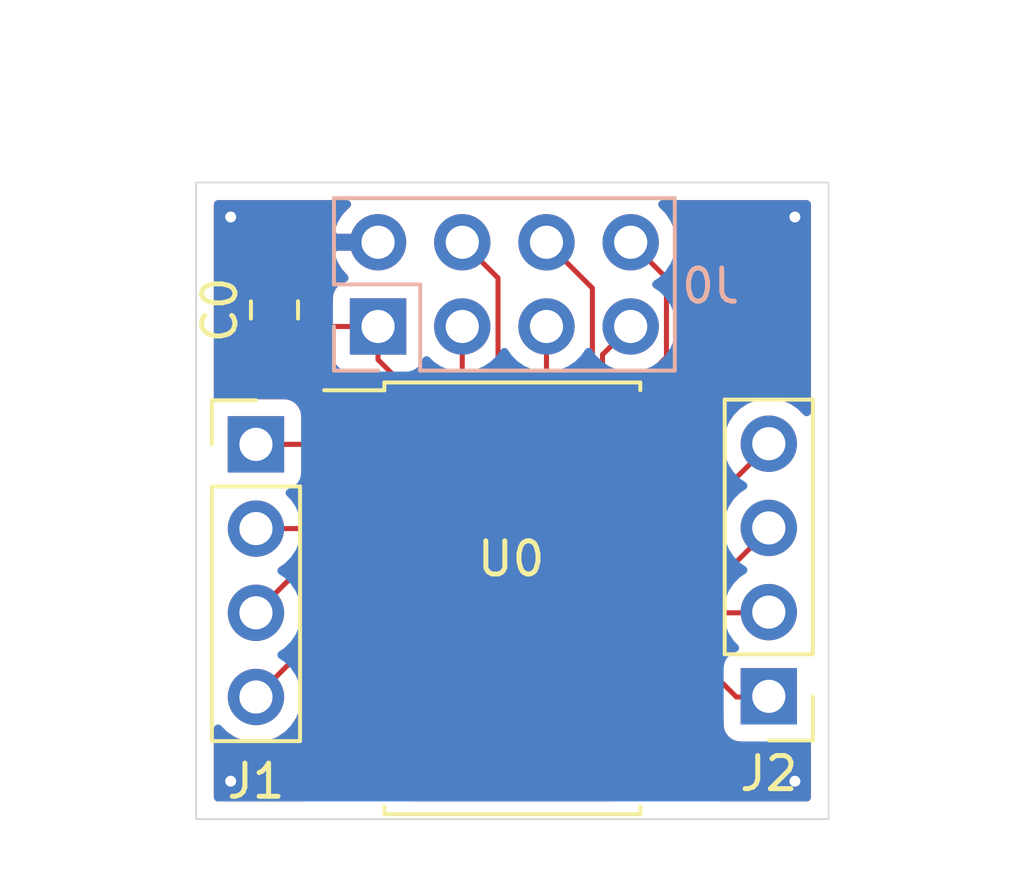
<source format=kicad_pcb>
(kicad_pcb (version 20171130) (host pcbnew 5.1.5-52549c5~86~ubuntu19.10.1)

  (general
    (thickness 1.6)
    (drawings 4)
    (tracks 54)
    (zones 0)
    (modules 5)
    (nets 17)
  )

  (page A4)
  (layers
    (0 F.Cu signal)
    (31 B.Cu signal)
    (32 B.Adhes user)
    (33 F.Adhes user)
    (34 B.Paste user)
    (35 F.Paste user)
    (36 B.SilkS user)
    (37 F.SilkS user)
    (38 B.Mask user)
    (39 F.Mask user)
    (40 Dwgs.User user)
    (41 Cmts.User user)
    (42 Eco1.User user)
    (43 Eco2.User user)
    (44 Edge.Cuts user)
    (45 Margin user)
    (46 B.CrtYd user)
    (47 F.CrtYd user)
    (48 B.Fab user)
    (49 F.Fab user)
  )

  (setup
    (last_trace_width 0.1524)
    (trace_clearance 0.1524)
    (zone_clearance 0.508)
    (zone_45_only no)
    (trace_min 0.1524)
    (via_size 0.6858)
    (via_drill 0.3302)
    (via_min_size 0.508)
    (via_min_drill 0.254)
    (uvia_size 0.6858)
    (uvia_drill 0.3302)
    (uvias_allowed no)
    (uvia_min_size 0.508)
    (uvia_min_drill 0.254)
    (edge_width 0.05)
    (segment_width 0.2)
    (pcb_text_width 0.3)
    (pcb_text_size 1.5 1.5)
    (mod_edge_width 0.12)
    (mod_text_size 1 1)
    (mod_text_width 0.15)
    (pad_size 1.524 1.524)
    (pad_drill 0.762)
    (pad_to_mask_clearance 0.0508)
    (solder_mask_min_width 0.1016)
    (aux_axis_origin 0 0)
    (visible_elements FFFFF77F)
    (pcbplotparams
      (layerselection 0x010fc_ffffffff)
      (usegerberextensions false)
      (usegerberattributes false)
      (usegerberadvancedattributes false)
      (creategerberjobfile false)
      (excludeedgelayer true)
      (linewidth 0.100000)
      (plotframeref false)
      (viasonmask false)
      (mode 1)
      (useauxorigin false)
      (hpglpennumber 1)
      (hpglpenspeed 20)
      (hpglpendiameter 15.000000)
      (psnegative false)
      (psa4output false)
      (plotreference true)
      (plotvalue true)
      (plotinvisibletext false)
      (padsonsilk false)
      (subtractmaskfromsilk false)
      (outputformat 1)
      (mirror false)
      (drillshape 1)
      (scaleselection 1)
      (outputdirectory ""))
  )

  (net 0 "")
  (net 1 GND)
  (net 2 "Net-(C0-Pad1)")
  (net 3 "Net-(J0-Pad8)")
  (net 4 "Net-(J0-Pad7)")
  (net 5 "Net-(J0-Pad6)")
  (net 6 "Net-(J0-Pad5)")
  (net 7 "Net-(J0-Pad4)")
  (net 8 "Net-(J0-Pad3)")
  (net 9 "Net-(J1-Pad2)")
  (net 10 "Net-(J1-Pad3)")
  (net 11 "Net-(J1-Pad4)")
  (net 12 "Net-(J2-Pad4)")
  (net 13 "Net-(J2-Pad3)")
  (net 14 "Net-(J2-Pad2)")
  (net 15 "Net-(J2-Pad1)")
  (net 16 "Net-(U0-Pad7)")

  (net_class Default "This is the default net class."
    (clearance 0.1524)
    (trace_width 0.1524)
    (via_dia 0.6858)
    (via_drill 0.3302)
    (uvia_dia 0.6858)
    (uvia_drill 0.3302)
    (add_net GND)
    (add_net "Net-(C0-Pad1)")
    (add_net "Net-(J0-Pad3)")
    (add_net "Net-(J0-Pad4)")
    (add_net "Net-(J0-Pad5)")
    (add_net "Net-(J0-Pad6)")
    (add_net "Net-(J0-Pad7)")
    (add_net "Net-(J0-Pad8)")
    (add_net "Net-(J1-Pad2)")
    (add_net "Net-(J1-Pad3)")
    (add_net "Net-(J1-Pad4)")
    (add_net "Net-(J2-Pad1)")
    (add_net "Net-(J2-Pad2)")
    (add_net "Net-(J2-Pad3)")
    (add_net "Net-(J2-Pad4)")
    (add_net "Net-(U0-Pad7)")
  )

  (module Connector_PinHeader_2.54mm:PinHeader_1x04_P2.54mm_Vertical (layer F.Cu) (tedit 59FED5CC) (tstamp 5EA7F7ED)
    (at 103.6066 110.97768 180)
    (descr "Through hole straight pin header, 1x04, 2.54mm pitch, single row")
    (tags "Through hole pin header THT 1x04 2.54mm single row")
    (path /5EA7E475)
    (fp_text reference J2 (at 0 -2.33) (layer F.SilkS)
      (effects (font (size 1 1) (thickness 0.15)))
    )
    (fp_text value Conn_01x04_Female (at 0 9.95) (layer F.Fab)
      (effects (font (size 1 1) (thickness 0.15)))
    )
    (fp_text user %R (at 0 3.81 90) (layer F.Fab)
      (effects (font (size 1 1) (thickness 0.15)))
    )
    (fp_line (start 1.8 -1.8) (end -1.8 -1.8) (layer F.CrtYd) (width 0.05))
    (fp_line (start 1.8 9.4) (end 1.8 -1.8) (layer F.CrtYd) (width 0.05))
    (fp_line (start -1.8 9.4) (end 1.8 9.4) (layer F.CrtYd) (width 0.05))
    (fp_line (start -1.8 -1.8) (end -1.8 9.4) (layer F.CrtYd) (width 0.05))
    (fp_line (start -1.33 -1.33) (end 0 -1.33) (layer F.SilkS) (width 0.12))
    (fp_line (start -1.33 0) (end -1.33 -1.33) (layer F.SilkS) (width 0.12))
    (fp_line (start -1.33 1.27) (end 1.33 1.27) (layer F.SilkS) (width 0.12))
    (fp_line (start 1.33 1.27) (end 1.33 8.95) (layer F.SilkS) (width 0.12))
    (fp_line (start -1.33 1.27) (end -1.33 8.95) (layer F.SilkS) (width 0.12))
    (fp_line (start -1.33 8.95) (end 1.33 8.95) (layer F.SilkS) (width 0.12))
    (fp_line (start -1.27 -0.635) (end -0.635 -1.27) (layer F.Fab) (width 0.1))
    (fp_line (start -1.27 8.89) (end -1.27 -0.635) (layer F.Fab) (width 0.1))
    (fp_line (start 1.27 8.89) (end -1.27 8.89) (layer F.Fab) (width 0.1))
    (fp_line (start 1.27 -1.27) (end 1.27 8.89) (layer F.Fab) (width 0.1))
    (fp_line (start -0.635 -1.27) (end 1.27 -1.27) (layer F.Fab) (width 0.1))
    (pad 4 thru_hole oval (at 0 7.62 180) (size 1.7 1.7) (drill 1) (layers *.Cu *.Mask)
      (net 12 "Net-(J2-Pad4)"))
    (pad 3 thru_hole oval (at 0 5.08 180) (size 1.7 1.7) (drill 1) (layers *.Cu *.Mask)
      (net 13 "Net-(J2-Pad3)"))
    (pad 2 thru_hole oval (at 0 2.54 180) (size 1.7 1.7) (drill 1) (layers *.Cu *.Mask)
      (net 14 "Net-(J2-Pad2)"))
    (pad 1 thru_hole rect (at 0 0 180) (size 1.7 1.7) (drill 1) (layers *.Cu *.Mask)
      (net 15 "Net-(J2-Pad1)"))
    (model ${KISYS3DMOD}/Connector_PinHeader_2.54mm.3dshapes/PinHeader_1x04_P2.54mm_Vertical.wrl
      (at (xyz 0 0 0))
      (scale (xyz 1 1 1))
      (rotate (xyz 0 0 0))
    )
  )

  (module Connector_PinSocket_2.54mm:PinSocket_2x04_P2.54mm_Vertical (layer B.Cu) (tedit 5A19A422) (tstamp 5EA7E8C8)
    (at 91.821 99.822 270)
    (descr "Through hole straight socket strip, 2x04, 2.54mm pitch, double cols (from Kicad 4.0.7), script generated")
    (tags "Through hole socket strip THT 2x04 2.54mm double row")
    (path /5EA831DC)
    (fp_text reference J0 (at -1.2192 -10.033 180) (layer B.SilkS)
      (effects (font (size 1 1) (thickness 0.15)) (justify mirror))
    )
    (fp_text value Conn_02x04_Odd_Even (at -1.27 -10.39 270) (layer B.Fab)
      (effects (font (size 1 1) (thickness 0.15)) (justify mirror))
    )
    (fp_line (start -3.81 1.27) (end 0.27 1.27) (layer B.Fab) (width 0.1))
    (fp_line (start 0.27 1.27) (end 1.27 0.27) (layer B.Fab) (width 0.1))
    (fp_line (start 1.27 0.27) (end 1.27 -8.89) (layer B.Fab) (width 0.1))
    (fp_line (start 1.27 -8.89) (end -3.81 -8.89) (layer B.Fab) (width 0.1))
    (fp_line (start -3.81 -8.89) (end -3.81 1.27) (layer B.Fab) (width 0.1))
    (fp_line (start -3.87 1.33) (end -1.27 1.33) (layer B.SilkS) (width 0.12))
    (fp_line (start -3.87 1.33) (end -3.87 -8.95) (layer B.SilkS) (width 0.12))
    (fp_line (start -3.87 -8.95) (end 1.33 -8.95) (layer B.SilkS) (width 0.12))
    (fp_line (start 1.33 -1.27) (end 1.33 -8.95) (layer B.SilkS) (width 0.12))
    (fp_line (start -1.27 -1.27) (end 1.33 -1.27) (layer B.SilkS) (width 0.12))
    (fp_line (start -1.27 1.33) (end -1.27 -1.27) (layer B.SilkS) (width 0.12))
    (fp_line (start 1.33 1.33) (end 1.33 0) (layer B.SilkS) (width 0.12))
    (fp_line (start 0 1.33) (end 1.33 1.33) (layer B.SilkS) (width 0.12))
    (fp_line (start -4.34 1.8) (end 1.76 1.8) (layer B.CrtYd) (width 0.05))
    (fp_line (start 1.76 1.8) (end 1.76 -9.4) (layer B.CrtYd) (width 0.05))
    (fp_line (start 1.76 -9.4) (end -4.34 -9.4) (layer B.CrtYd) (width 0.05))
    (fp_line (start -4.34 -9.4) (end -4.34 1.8) (layer B.CrtYd) (width 0.05))
    (fp_text user %R (at -1.27 -3.81) (layer B.Fab)
      (effects (font (size 1 1) (thickness 0.15)) (justify mirror))
    )
    (pad 1 thru_hole rect (at 0 0 270) (size 1.7 1.7) (drill 1) (layers *.Cu *.Mask)
      (net 2 "Net-(C0-Pad1)"))
    (pad 2 thru_hole oval (at -2.54 0 270) (size 1.7 1.7) (drill 1) (layers *.Cu *.Mask)
      (net 1 GND))
    (pad 3 thru_hole oval (at 0 -2.54 270) (size 1.7 1.7) (drill 1) (layers *.Cu *.Mask)
      (net 8 "Net-(J0-Pad3)"))
    (pad 4 thru_hole oval (at -2.54 -2.54 270) (size 1.7 1.7) (drill 1) (layers *.Cu *.Mask)
      (net 7 "Net-(J0-Pad4)"))
    (pad 5 thru_hole oval (at 0 -5.08 270) (size 1.7 1.7) (drill 1) (layers *.Cu *.Mask)
      (net 6 "Net-(J0-Pad5)"))
    (pad 6 thru_hole oval (at -2.54 -5.08 270) (size 1.7 1.7) (drill 1) (layers *.Cu *.Mask)
      (net 5 "Net-(J0-Pad6)"))
    (pad 7 thru_hole oval (at 0 -7.62 270) (size 1.7 1.7) (drill 1) (layers *.Cu *.Mask)
      (net 4 "Net-(J0-Pad7)"))
    (pad 8 thru_hole oval (at -2.54 -7.62 270) (size 1.7 1.7) (drill 1) (layers *.Cu *.Mask)
      (net 3 "Net-(J0-Pad8)"))
    (model ${KISYS3DMOD}/Connector_PinSocket_2.54mm.3dshapes/PinSocket_2x04_P2.54mm_Vertical.wrl
      (at (xyz 0 0 0))
      (scale (xyz 1 1 1))
      (rotate (xyz 0 0 0))
    )
  )

  (module Package_SO:SOIC-20W_7.5x12.8mm_P1.27mm (layer F.Cu) (tedit 5D9F72B1) (tstamp 5EA7C7B9)
    (at 95.871001 108.021001)
    (descr "SOIC, 20 Pin (JEDEC MS-013AC, https://www.analog.com/media/en/package-pcb-resources/package/233848rw_20.pdf), generated with kicad-footprint-generator ipc_gullwing_generator.py")
    (tags "SOIC SO")
    (path /5D8C4F3C)
    (attr smd)
    (fp_text reference U0 (at -0.036801 -1.188601) (layer F.SilkS)
      (effects (font (size 1 1) (thickness 0.15)))
    )
    (fp_text value TPIC6595 (at 0 7.35) (layer F.Fab)
      (effects (font (size 1 1) (thickness 0.15)))
    )
    (fp_text user %R (at 0 0) (layer F.Fab)
      (effects (font (size 1 1) (thickness 0.15)))
    )
    (fp_line (start 5.93 -6.65) (end -5.93 -6.65) (layer F.CrtYd) (width 0.05))
    (fp_line (start 5.93 6.65) (end 5.93 -6.65) (layer F.CrtYd) (width 0.05))
    (fp_line (start -5.93 6.65) (end 5.93 6.65) (layer F.CrtYd) (width 0.05))
    (fp_line (start -5.93 -6.65) (end -5.93 6.65) (layer F.CrtYd) (width 0.05))
    (fp_line (start -3.75 -5.4) (end -2.75 -6.4) (layer F.Fab) (width 0.1))
    (fp_line (start -3.75 6.4) (end -3.75 -5.4) (layer F.Fab) (width 0.1))
    (fp_line (start 3.75 6.4) (end -3.75 6.4) (layer F.Fab) (width 0.1))
    (fp_line (start 3.75 -6.4) (end 3.75 6.4) (layer F.Fab) (width 0.1))
    (fp_line (start -2.75 -6.4) (end 3.75 -6.4) (layer F.Fab) (width 0.1))
    (fp_line (start -3.86 -6.275) (end -5.675 -6.275) (layer F.SilkS) (width 0.12))
    (fp_line (start -3.86 -6.51) (end -3.86 -6.275) (layer F.SilkS) (width 0.12))
    (fp_line (start 0 -6.51) (end -3.86 -6.51) (layer F.SilkS) (width 0.12))
    (fp_line (start 3.86 -6.51) (end 3.86 -6.275) (layer F.SilkS) (width 0.12))
    (fp_line (start 0 -6.51) (end 3.86 -6.51) (layer F.SilkS) (width 0.12))
    (fp_line (start -3.86 6.51) (end -3.86 6.275) (layer F.SilkS) (width 0.12))
    (fp_line (start 0 6.51) (end -3.86 6.51) (layer F.SilkS) (width 0.12))
    (fp_line (start 3.86 6.51) (end 3.86 6.275) (layer F.SilkS) (width 0.12))
    (fp_line (start 0 6.51) (end 3.86 6.51) (layer F.SilkS) (width 0.12))
    (pad 20 smd roundrect (at 4.65 -5.715) (size 2.05 0.6) (layers F.Cu F.Paste F.Mask) (roundrect_rratio 0.25)
      (net 1 GND))
    (pad 19 smd roundrect (at 4.65 -4.445) (size 2.05 0.6) (layers F.Cu F.Paste F.Mask) (roundrect_rratio 0.25)
      (net 1 GND))
    (pad 18 smd roundrect (at 4.65 -3.175) (size 2.05 0.6) (layers F.Cu F.Paste F.Mask) (roundrect_rratio 0.25)
      (net 3 "Net-(J0-Pad8)"))
    (pad 17 smd roundrect (at 4.65 -1.905) (size 2.05 0.6) (layers F.Cu F.Paste F.Mask) (roundrect_rratio 0.25)
      (net 12 "Net-(J2-Pad4)"))
    (pad 16 smd roundrect (at 4.65 -0.635) (size 2.05 0.6) (layers F.Cu F.Paste F.Mask) (roundrect_rratio 0.25)
      (net 13 "Net-(J2-Pad3)"))
    (pad 15 smd roundrect (at 4.65 0.635) (size 2.05 0.6) (layers F.Cu F.Paste F.Mask) (roundrect_rratio 0.25)
      (net 14 "Net-(J2-Pad2)"))
    (pad 14 smd roundrect (at 4.65 1.905) (size 2.05 0.6) (layers F.Cu F.Paste F.Mask) (roundrect_rratio 0.25)
      (net 15 "Net-(J2-Pad1)"))
    (pad 13 smd roundrect (at 4.65 3.175) (size 2.05 0.6) (layers F.Cu F.Paste F.Mask) (roundrect_rratio 0.25)
      (net 4 "Net-(J0-Pad7)"))
    (pad 12 smd roundrect (at 4.65 4.445) (size 2.05 0.6) (layers F.Cu F.Paste F.Mask) (roundrect_rratio 0.25)
      (net 5 "Net-(J0-Pad6)"))
    (pad 11 smd roundrect (at 4.65 5.715) (size 2.05 0.6) (layers F.Cu F.Paste F.Mask) (roundrect_rratio 0.25)
      (net 1 GND))
    (pad 10 smd roundrect (at -4.65 5.715) (size 2.05 0.6) (layers F.Cu F.Paste F.Mask) (roundrect_rratio 0.25)
      (net 1 GND))
    (pad 9 smd roundrect (at -4.65 4.445) (size 2.05 0.6) (layers F.Cu F.Paste F.Mask) (roundrect_rratio 0.25)
      (net 6 "Net-(J0-Pad5)"))
    (pad 8 smd roundrect (at -4.65 3.175) (size 2.05 0.6) (layers F.Cu F.Paste F.Mask) (roundrect_rratio 0.25)
      (net 7 "Net-(J0-Pad4)"))
    (pad 7 smd roundrect (at -4.65 1.905) (size 2.05 0.6) (layers F.Cu F.Paste F.Mask) (roundrect_rratio 0.25)
      (net 16 "Net-(U0-Pad7)"))
    (pad 6 smd roundrect (at -4.65 0.635) (size 2.05 0.6) (layers F.Cu F.Paste F.Mask) (roundrect_rratio 0.25)
      (net 11 "Net-(J1-Pad4)"))
    (pad 5 smd roundrect (at -4.65 -0.635) (size 2.05 0.6) (layers F.Cu F.Paste F.Mask) (roundrect_rratio 0.25)
      (net 10 "Net-(J1-Pad3)"))
    (pad 4 smd roundrect (at -4.65 -1.905) (size 2.05 0.6) (layers F.Cu F.Paste F.Mask) (roundrect_rratio 0.25)
      (net 9 "Net-(J1-Pad2)"))
    (pad 3 smd roundrect (at -4.65 -3.175) (size 2.05 0.6) (layers F.Cu F.Paste F.Mask) (roundrect_rratio 0.25)
      (net 8 "Net-(J0-Pad3)"))
    (pad 2 smd roundrect (at -4.65 -4.445) (size 2.05 0.6) (layers F.Cu F.Paste F.Mask) (roundrect_rratio 0.25)
      (net 2 "Net-(C0-Pad1)"))
    (pad 1 smd roundrect (at -4.65 -5.715) (size 2.05 0.6) (layers F.Cu F.Paste F.Mask) (roundrect_rratio 0.25)
      (net 1 GND))
    (model ${KISYS3DMOD}/Package_SO.3dshapes/SOIC-20W_7.5x12.8mm_P1.27mm.wrl
      (at (xyz 0 0 0))
      (scale (xyz 1 1 1))
      (rotate (xyz 0 0 0))
    )
  )

  (module Connector_PinHeader_2.54mm:PinHeader_1x04_P2.54mm_Vertical (layer F.Cu) (tedit 59FED5CC) (tstamp 5EA7C776)
    (at 88.138 103.378)
    (descr "Through hole straight pin header, 1x04, 2.54mm pitch, single row")
    (tags "Through hole pin header THT 1x04 2.54mm single row")
    (path /5EA7DC0D)
    (fp_text reference J1 (at 0 10.16) (layer F.SilkS)
      (effects (font (size 1 1) (thickness 0.15)))
    )
    (fp_text value Conn_01x04_Female (at 0 9.95) (layer F.Fab)
      (effects (font (size 1 1) (thickness 0.15)))
    )
    (fp_text user %R (at 0 3.81 90) (layer F.Fab)
      (effects (font (size 1 1) (thickness 0.15)))
    )
    (fp_line (start 1.8 -1.8) (end -1.8 -1.8) (layer F.CrtYd) (width 0.05))
    (fp_line (start 1.8 9.4) (end 1.8 -1.8) (layer F.CrtYd) (width 0.05))
    (fp_line (start -1.8 9.4) (end 1.8 9.4) (layer F.CrtYd) (width 0.05))
    (fp_line (start -1.8 -1.8) (end -1.8 9.4) (layer F.CrtYd) (width 0.05))
    (fp_line (start -1.33 -1.33) (end 0 -1.33) (layer F.SilkS) (width 0.12))
    (fp_line (start -1.33 0) (end -1.33 -1.33) (layer F.SilkS) (width 0.12))
    (fp_line (start -1.33 1.27) (end 1.33 1.27) (layer F.SilkS) (width 0.12))
    (fp_line (start 1.33 1.27) (end 1.33 8.95) (layer F.SilkS) (width 0.12))
    (fp_line (start -1.33 1.27) (end -1.33 8.95) (layer F.SilkS) (width 0.12))
    (fp_line (start -1.33 8.95) (end 1.33 8.95) (layer F.SilkS) (width 0.12))
    (fp_line (start -1.27 -0.635) (end -0.635 -1.27) (layer F.Fab) (width 0.1))
    (fp_line (start -1.27 8.89) (end -1.27 -0.635) (layer F.Fab) (width 0.1))
    (fp_line (start 1.27 8.89) (end -1.27 8.89) (layer F.Fab) (width 0.1))
    (fp_line (start 1.27 -1.27) (end 1.27 8.89) (layer F.Fab) (width 0.1))
    (fp_line (start -0.635 -1.27) (end 1.27 -1.27) (layer F.Fab) (width 0.1))
    (pad 4 thru_hole oval (at 0 7.62) (size 1.7 1.7) (drill 1) (layers *.Cu *.Mask)
      (net 11 "Net-(J1-Pad4)"))
    (pad 3 thru_hole oval (at 0 5.08) (size 1.7 1.7) (drill 1) (layers *.Cu *.Mask)
      (net 10 "Net-(J1-Pad3)"))
    (pad 2 thru_hole oval (at 0 2.54) (size 1.7 1.7) (drill 1) (layers *.Cu *.Mask)
      (net 9 "Net-(J1-Pad2)"))
    (pad 1 thru_hole rect (at 0 0) (size 1.7 1.7) (drill 1) (layers *.Cu *.Mask)
      (net 2 "Net-(C0-Pad1)"))
    (model ${KISYS3DMOD}/Connector_PinHeader_2.54mm.3dshapes/PinHeader_1x04_P2.54mm_Vertical.wrl
      (at (xyz 0 0 0))
      (scale (xyz 1 1 1))
      (rotate (xyz 0 0 0))
    )
  )

  (module Capacitor_SMD:C_0805_2012Metric_Pad1.15x1.40mm_HandSolder (layer F.Cu) (tedit 5B36C52B) (tstamp 5EA7C740)
    (at 88.6968 99.323 90)
    (descr "Capacitor SMD 0805 (2012 Metric), square (rectangular) end terminal, IPC_7351 nominal with elongated pad for handsoldering. (Body size source: https://docs.google.com/spreadsheets/d/1BsfQQcO9C6DZCsRaXUlFlo91Tg2WpOkGARC1WS5S8t0/edit?usp=sharing), generated with kicad-footprint-generator")
    (tags "capacitor handsolder")
    (path /5D920A01)
    (attr smd)
    (fp_text reference C0 (at 0 -1.65 90) (layer F.SilkS)
      (effects (font (size 1 1) (thickness 0.15)))
    )
    (fp_text value 0.1uF (at 0 1.65 90) (layer F.Fab)
      (effects (font (size 1 1) (thickness 0.15)))
    )
    (fp_text user %R (at 0 0 90) (layer F.Fab)
      (effects (font (size 0.5 0.5) (thickness 0.08)))
    )
    (fp_line (start 1.85 0.95) (end -1.85 0.95) (layer F.CrtYd) (width 0.05))
    (fp_line (start 1.85 -0.95) (end 1.85 0.95) (layer F.CrtYd) (width 0.05))
    (fp_line (start -1.85 -0.95) (end 1.85 -0.95) (layer F.CrtYd) (width 0.05))
    (fp_line (start -1.85 0.95) (end -1.85 -0.95) (layer F.CrtYd) (width 0.05))
    (fp_line (start -0.261252 0.71) (end 0.261252 0.71) (layer F.SilkS) (width 0.12))
    (fp_line (start -0.261252 -0.71) (end 0.261252 -0.71) (layer F.SilkS) (width 0.12))
    (fp_line (start 1 0.6) (end -1 0.6) (layer F.Fab) (width 0.1))
    (fp_line (start 1 -0.6) (end 1 0.6) (layer F.Fab) (width 0.1))
    (fp_line (start -1 -0.6) (end 1 -0.6) (layer F.Fab) (width 0.1))
    (fp_line (start -1 0.6) (end -1 -0.6) (layer F.Fab) (width 0.1))
    (pad 2 smd roundrect (at 1.025 0 90) (size 1.15 1.4) (layers F.Cu F.Paste F.Mask) (roundrect_rratio 0.217391)
      (net 1 GND))
    (pad 1 smd roundrect (at -1.025 0 90) (size 1.15 1.4) (layers F.Cu F.Paste F.Mask) (roundrect_rratio 0.217391)
      (net 2 "Net-(C0-Pad1)"))
    (model ${KISYS3DMOD}/Capacitor_SMD.3dshapes/C_0805_2012Metric.wrl
      (at (xyz 0 0 0))
      (scale (xyz 1 1 1))
      (rotate (xyz 0 0 0))
    )
  )

  (gr_line (start 86.3346 114.681) (end 86.3346 95.4786) (layer Edge.Cuts) (width 0.05) (tstamp 5EA7E7F0))
  (gr_line (start 105.41 114.681) (end 86.3346 114.681) (layer Edge.Cuts) (width 0.05))
  (gr_line (start 105.41 95.4786) (end 105.41 114.681) (layer Edge.Cuts) (width 0.05) (tstamp 5EA7F0AD))
  (gr_line (start 86.3346 95.4786) (end 105.41 95.4786) (layer Edge.Cuts) (width 0.05))

  (via (at 104.394 96.52) (size 0.6858) (drill 0.3302) (layers F.Cu B.Cu) (net 1))
  (via (at 104.394 113.538) (size 0.6858) (drill 0.3302) (layers F.Cu B.Cu) (net 1))
  (via (at 87.376 113.538) (size 0.6858) (drill 0.3302) (layers F.Cu B.Cu) (net 1))
  (via (at 87.376 96.52) (size 0.6858) (drill 0.3302) (layers F.Cu B.Cu) (net 1))
  (segment (start 89.2228 99.822) (end 88.6968 100.348) (width 0.1524) (layer F.Cu) (net 2))
  (segment (start 91.821 99.822) (end 89.2228 99.822) (width 0.1524) (layer F.Cu) (net 2))
  (segment (start 92.246001 103.576001) (end 91.221001 103.576001) (width 0.1524) (layer F.Cu) (net 2))
  (segment (start 92.474611 103.347391) (end 92.246001 103.576001) (width 0.1524) (layer F.Cu) (net 2))
  (segment (start 91.821 100.8244) (end 92.474611 101.478011) (width 0.1524) (layer F.Cu) (net 2))
  (segment (start 92.474611 101.478011) (end 92.474611 103.347391) (width 0.1524) (layer F.Cu) (net 2))
  (segment (start 91.821 99.822) (end 91.821 100.8244) (width 0.1524) (layer F.Cu) (net 2))
  (segment (start 91.023 103.378) (end 91.221001 103.576001) (width 0.1524) (layer F.Cu) (net 2))
  (segment (start 88.138 103.378) (end 91.023 103.378) (width 0.1524) (layer F.Cu) (net 2))
  (segment (start 99.267391 104.617391) (end 99.496001 104.846001) (width 0.1524) (layer F.Cu) (net 3))
  (segment (start 99.267391 101.999175) (end 99.267391 104.617391) (width 0.1524) (layer F.Cu) (net 3))
  (segment (start 100.519601 100.746965) (end 99.267391 101.999175) (width 0.1524) (layer F.Cu) (net 3))
  (segment (start 100.519601 98.360601) (end 100.519601 100.746965) (width 0.1524) (layer F.Cu) (net 3))
  (segment (start 99.496001 104.846001) (end 100.521001 104.846001) (width 0.1524) (layer F.Cu) (net 3))
  (segment (start 99.441 97.282) (end 100.519601 98.360601) (width 0.1524) (layer F.Cu) (net 3))
  (segment (start 99.496001 111.196001) (end 100.521001 111.196001) (width 0.1524) (layer F.Cu) (net 4))
  (segment (start 98.591001 110.291001) (end 99.496001 111.196001) (width 0.1524) (layer F.Cu) (net 4))
  (segment (start 99.441 99.822) (end 98.591001 100.671999) (width 0.1524) (layer F.Cu) (net 4))
  (segment (start 98.591001 100.671999) (end 98.591001 110.291001) (width 0.1524) (layer F.Cu) (net 4))
  (segment (start 99.496001 112.466001) (end 100.521001 112.466001) (width 0.1524) (layer F.Cu) (net 5))
  (segment (start 98.286191 111.256191) (end 99.496001 112.466001) (width 0.1524) (layer F.Cu) (net 5))
  (segment (start 98.286191 98.667191) (end 98.286191 111.256191) (width 0.1524) (layer F.Cu) (net 5))
  (segment (start 96.901 97.282) (end 98.286191 98.667191) (width 0.1524) (layer F.Cu) (net 5))
  (segment (start 92.246001 112.466001) (end 91.221001 112.466001) (width 0.1524) (layer F.Cu) (net 6))
  (segment (start 96.901 107.811002) (end 92.246001 112.466001) (width 0.1524) (layer F.Cu) (net 6))
  (segment (start 96.901 99.822) (end 96.901 107.811002) (width 0.1524) (layer F.Cu) (net 6))
  (segment (start 95.210999 98.131999) (end 94.361 97.282) (width 0.1524) (layer F.Cu) (net 7))
  (segment (start 95.439601 98.360601) (end 95.210999 98.131999) (width 0.1524) (layer F.Cu) (net 7))
  (segment (start 95.439601 108.002401) (end 95.439601 98.360601) (width 0.1524) (layer F.Cu) (net 7))
  (segment (start 92.246001 111.196001) (end 95.439601 108.002401) (width 0.1524) (layer F.Cu) (net 7))
  (segment (start 91.221001 111.196001) (end 92.246001 111.196001) (width 0.1524) (layer F.Cu) (net 7))
  (segment (start 94.361 102.731002) (end 92.246001 104.846001) (width 0.1524) (layer F.Cu) (net 8))
  (segment (start 92.246001 104.846001) (end 91.221001 104.846001) (width 0.1524) (layer F.Cu) (net 8))
  (segment (start 94.361 99.822) (end 94.361 102.731002) (width 0.1524) (layer F.Cu) (net 8))
  (segment (start 91.023 105.918) (end 91.221001 106.116001) (width 0.1524) (layer F.Cu) (net 9))
  (segment (start 88.138 105.918) (end 91.023 105.918) (width 0.1524) (layer F.Cu) (net 9))
  (segment (start 89.209999 107.386001) (end 91.221001 107.386001) (width 0.1524) (layer F.Cu) (net 10))
  (segment (start 88.138 108.458) (end 89.209999 107.386001) (width 0.1524) (layer F.Cu) (net 10))
  (segment (start 90.479999 108.656001) (end 91.221001 108.656001) (width 0.1524) (layer F.Cu) (net 11))
  (segment (start 88.138 110.998) (end 90.479999 108.656001) (width 0.1524) (layer F.Cu) (net 11))
  (segment (start 100.893999 106.116001) (end 100.521001 106.116001) (width 0.1524) (layer F.Cu) (net 12))
  (segment (start 103.632 103.378) (end 100.893999 106.116001) (width 0.1524) (layer F.Cu) (net 12))
  (segment (start 102.163999 107.386001) (end 100.521001 107.386001) (width 0.1524) (layer F.Cu) (net 13))
  (segment (start 103.632 105.918) (end 102.163999 107.386001) (width 0.1524) (layer F.Cu) (net 13))
  (segment (start 100.719002 108.458) (end 100.521001 108.656001) (width 0.1524) (layer F.Cu) (net 14))
  (segment (start 103.632 108.458) (end 100.719002 108.458) (width 0.1524) (layer F.Cu) (net 14))
  (segment (start 101.557601 109.926001) (end 101.546001 109.926001) (width 0.1524) (layer F.Cu) (net 15))
  (segment (start 102.6296 110.998) (end 101.557601 109.926001) (width 0.1524) (layer F.Cu) (net 15))
  (segment (start 101.546001 109.926001) (end 100.521001 109.926001) (width 0.1524) (layer F.Cu) (net 15))
  (segment (start 103.632 110.998) (end 102.6296 110.998) (width 0.1524) (layer F.Cu) (net 15))

  (zone (net 1) (net_name GND) (layer F.Cu) (tstamp 5EA7F9A1) (hatch edge 0.508)
    (connect_pads (clearance 0.508))
    (min_thickness 0.254)
    (fill yes (arc_segments 32) (thermal_gap 0.508) (thermal_bridge_width 0.508))
    (polygon
      (pts
        (xy 106.045 95.0976) (xy 106.045 114.9604) (xy 85.7758 115.062) (xy 85.9028 95.0722)
      )
    )
    (filled_polygon
      (pts
        (xy 97.574992 111.221255) (xy 97.571551 111.256191) (xy 97.585283 111.39561) (xy 97.62595 111.529672) (xy 97.691989 111.653223)
        (xy 97.740752 111.71264) (xy 97.780865 111.761518) (xy 97.808001 111.783788) (xy 98.90752 112.883309) (xy 98.917917 112.917583)
        (xy 98.989731 113.051937) (xy 98.965464 113.081507) (xy 98.906499 113.191821) (xy 98.870189 113.311519) (xy 98.857929 113.436001)
        (xy 98.861001 113.450251) (xy 99.019751 113.609001) (xy 100.394001 113.609001) (xy 100.394001 113.589001) (xy 100.648001 113.589001)
        (xy 100.648001 113.609001) (xy 102.022251 113.609001) (xy 102.181001 113.450251) (xy 102.184073 113.436001) (xy 102.171813 113.311519)
        (xy 102.135503 113.191821) (xy 102.076538 113.081507) (xy 102.052271 113.051937) (xy 102.124085 112.917583) (xy 102.16893 112.769746)
        (xy 102.184073 112.616001) (xy 102.184073 112.316001) (xy 102.16893 112.162256) (xy 102.124085 112.014419) (xy 102.051259 111.878172)
        (xy 102.012547 111.831001) (xy 102.051259 111.78383) (xy 102.118528 111.657979) (xy 102.118528 111.82768) (xy 102.130788 111.952162)
        (xy 102.167098 112.07186) (xy 102.226063 112.182174) (xy 102.305415 112.278865) (xy 102.402106 112.358217) (xy 102.51242 112.417182)
        (xy 102.632118 112.453492) (xy 102.7566 112.465752) (xy 104.4566 112.465752) (xy 104.581082 112.453492) (xy 104.70078 112.417182)
        (xy 104.750001 112.390872) (xy 104.750001 114.021) (xy 102.18025 114.021) (xy 102.022251 113.863001) (xy 100.648001 113.863001)
        (xy 100.648001 113.883001) (xy 100.394001 113.883001) (xy 100.394001 113.863001) (xy 99.019751 113.863001) (xy 98.861752 114.021)
        (xy 92.88025 114.021) (xy 92.722251 113.863001) (xy 91.348001 113.863001) (xy 91.348001 113.883001) (xy 91.094001 113.883001)
        (xy 91.094001 113.863001) (xy 89.719751 113.863001) (xy 89.561752 114.021) (xy 86.9946 114.021) (xy 86.9946 111.954707)
        (xy 87.191368 112.151475) (xy 87.434589 112.31399) (xy 87.704842 112.425932) (xy 87.99174 112.483) (xy 88.28426 112.483)
        (xy 88.571158 112.425932) (xy 88.841411 112.31399) (xy 89.084632 112.151475) (xy 89.291475 111.944632) (xy 89.45399 111.701411)
        (xy 89.565932 111.431158) (xy 89.566189 111.429865) (xy 89.573072 111.499746) (xy 89.617917 111.647583) (xy 89.690743 111.78383)
        (xy 89.729455 111.831001) (xy 89.690743 111.878172) (xy 89.617917 112.014419) (xy 89.573072 112.162256) (xy 89.557929 112.316001)
        (xy 89.557929 112.616001) (xy 89.573072 112.769746) (xy 89.617917 112.917583) (xy 89.689731 113.051937) (xy 89.665464 113.081507)
        (xy 89.606499 113.191821) (xy 89.570189 113.311519) (xy 89.557929 113.436001) (xy 89.561001 113.450251) (xy 89.719751 113.609001)
        (xy 91.094001 113.609001) (xy 91.094001 113.589001) (xy 91.348001 113.589001) (xy 91.348001 113.609001) (xy 92.722251 113.609001)
        (xy 92.881001 113.450251) (xy 92.884073 113.436001) (xy 92.871813 113.311519) (xy 92.835503 113.191821) (xy 92.776538 113.081507)
        (xy 92.752271 113.051937) (xy 92.824085 112.917583) (xy 92.834482 112.883307) (xy 97.379196 108.338595) (xy 97.406327 108.316329)
        (xy 97.428593 108.289198) (xy 97.428598 108.289193) (xy 97.495202 108.208035) (xy 97.561242 108.084484) (xy 97.574992 108.039157)
      )
    )
    (filled_polygon
      (pts
        (xy 104.75 102.400973) (xy 104.553232 102.204205) (xy 104.310011 102.04169) (xy 104.039758 101.929748) (xy 103.75286 101.87268)
        (xy 103.46034 101.87268) (xy 103.173442 101.929748) (xy 102.903189 102.04169) (xy 102.659968 102.204205) (xy 102.453125 102.411048)
        (xy 102.29061 102.654269) (xy 102.178668 102.924522) (xy 102.148683 103.075268) (xy 102.135503 103.031821) (xy 102.086958 102.941001)
        (xy 102.135503 102.850181) (xy 102.171813 102.730483) (xy 102.184073 102.606001) (xy 102.181001 102.591751) (xy 102.022251 102.433001)
        (xy 100.648001 102.433001) (xy 100.648001 103.449001) (xy 100.668001 103.449001) (xy 100.668001 103.703001) (xy 100.648001 103.703001)
        (xy 100.648001 103.723001) (xy 100.394001 103.723001) (xy 100.394001 103.703001) (xy 100.374001 103.703001) (xy 100.374001 103.449001)
        (xy 100.394001 103.449001) (xy 100.394001 102.433001) (xy 100.374001 102.433001) (xy 100.374001 102.179001) (xy 100.394001 102.179001)
        (xy 100.394001 102.159001) (xy 100.648001 102.159001) (xy 100.648001 102.179001) (xy 102.022251 102.179001) (xy 102.181001 102.020251)
        (xy 102.184073 102.006001) (xy 102.171813 101.881519) (xy 102.135503 101.761821) (xy 102.076538 101.651507) (xy 101.997186 101.554816)
        (xy 101.900495 101.475464) (xy 101.790181 101.416499) (xy 101.670483 101.380189) (xy 101.546001 101.367929) (xy 100.901749 101.370606)
        (xy 100.997797 101.274558) (xy 101.024928 101.252292) (xy 101.047194 101.225161) (xy 101.047198 101.225157) (xy 101.113803 101.143998)
        (xy 101.147488 101.080978) (xy 101.179843 101.020446) (xy 101.22051 100.886385) (xy 101.230801 100.781901) (xy 101.230801 100.781892)
        (xy 101.234241 100.746966) (xy 101.230801 100.71204) (xy 101.230801 98.395526) (xy 101.234241 98.3606) (xy 101.230801 98.325674)
        (xy 101.230801 98.325665) (xy 101.22051 98.221181) (xy 101.179843 98.08712) (xy 101.113803 97.963568) (xy 101.104761 97.95255)
        (xy 101.047198 97.88241) (xy 101.047194 97.882406) (xy 101.024927 97.855274) (xy 100.997796 97.833008) (xy 100.870759 97.705971)
        (xy 100.926 97.42826) (xy 100.926 97.13574) (xy 100.868932 96.848842) (xy 100.75699 96.578589) (xy 100.594475 96.335368)
        (xy 100.397707 96.1386) (xy 104.75 96.1386)
      )
    )
    (filled_polygon
      (pts
        (xy 90.820731 96.184412) (xy 90.625822 96.400645) (xy 90.476843 96.650748) (xy 90.379519 96.925109) (xy 90.500186 97.155)
        (xy 91.694 97.155) (xy 91.694 97.135) (xy 91.948 97.135) (xy 91.948 97.155) (xy 91.968 97.155)
        (xy 91.968 97.409) (xy 91.948 97.409) (xy 91.948 97.429) (xy 91.694 97.429) (xy 91.694 97.409)
        (xy 90.500186 97.409) (xy 90.379519 97.638891) (xy 90.476843 97.913252) (xy 90.625822 98.163355) (xy 90.802626 98.359502)
        (xy 90.72682 98.382498) (xy 90.616506 98.441463) (xy 90.519815 98.520815) (xy 90.440463 98.617506) (xy 90.381498 98.72782)
        (xy 90.345188 98.847518) (xy 90.332928 98.972) (xy 90.332928 99.1108) (xy 89.988237 99.1108) (xy 90.022612 98.997482)
        (xy 90.034872 98.873) (xy 90.0318 98.58375) (xy 89.87305 98.425) (xy 88.8238 98.425) (xy 88.8238 98.445)
        (xy 88.5698 98.445) (xy 88.5698 98.425) (xy 87.52055 98.425) (xy 87.3618 98.58375) (xy 87.358728 98.873)
        (xy 87.370988 98.997482) (xy 87.407298 99.11718) (xy 87.466263 99.227494) (xy 87.545615 99.324185) (xy 87.625394 99.389658)
        (xy 87.618838 99.395038) (xy 87.508395 99.529613) (xy 87.426328 99.683149) (xy 87.375792 99.849745) (xy 87.358728 100.022999)
        (xy 87.358728 100.673001) (xy 87.375792 100.846255) (xy 87.426328 101.012851) (xy 87.508395 101.166387) (xy 87.618838 101.300962)
        (xy 87.753413 101.411405) (xy 87.906949 101.493472) (xy 88.073545 101.544008) (xy 88.246799 101.561072) (xy 89.146801 101.561072)
        (xy 89.320055 101.544008) (xy 89.486651 101.493472) (xy 89.640187 101.411405) (xy 89.774762 101.300962) (xy 89.885205 101.166387)
        (xy 89.967272 101.012851) (xy 90.017808 100.846255) (xy 90.034872 100.673001) (xy 90.034872 100.5332) (xy 90.332928 100.5332)
        (xy 90.332928 100.672) (xy 90.345188 100.796482) (xy 90.381498 100.91618) (xy 90.440463 101.026494) (xy 90.519815 101.123185)
        (xy 90.616506 101.202537) (xy 90.72682 101.261502) (xy 90.846518 101.297812) (xy 90.971 101.310072) (xy 91.299543 101.310072)
        (xy 91.315674 101.329727) (xy 91.342809 101.351997) (xy 91.434282 101.44347) (xy 91.348001 101.529751) (xy 91.348001 102.179001)
        (xy 91.368001 102.179001) (xy 91.368001 102.433001) (xy 91.348001 102.433001) (xy 91.348001 102.453001) (xy 91.094001 102.453001)
        (xy 91.094001 102.433001) (xy 91.074001 102.433001) (xy 91.074001 102.179001) (xy 91.094001 102.179001) (xy 91.094001 101.529751)
        (xy 90.935251 101.371001) (xy 90.196001 101.367929) (xy 90.071519 101.380189) (xy 89.951821 101.416499) (xy 89.841507 101.475464)
        (xy 89.744816 101.554816) (xy 89.665464 101.651507) (xy 89.606499 101.761821) (xy 89.570189 101.881519) (xy 89.557929 102.006001)
        (xy 89.561001 102.020251) (xy 89.719749 102.178999) (xy 89.561001 102.178999) (xy 89.561001 102.252949) (xy 89.518537 102.173506)
        (xy 89.439185 102.076815) (xy 89.342494 101.997463) (xy 89.23218 101.938498) (xy 89.112482 101.902188) (xy 88.988 101.889928)
        (xy 87.288 101.889928) (xy 87.163518 101.902188) (xy 87.04382 101.938498) (xy 86.9946 101.964807) (xy 86.9946 97.723)
        (xy 87.358728 97.723) (xy 87.3618 98.01225) (xy 87.52055 98.171) (xy 88.5698 98.171) (xy 88.5698 97.24675)
        (xy 88.8238 97.24675) (xy 88.8238 98.171) (xy 89.87305 98.171) (xy 90.0318 98.01225) (xy 90.034872 97.723)
        (xy 90.022612 97.598518) (xy 89.986302 97.47882) (xy 89.927337 97.368506) (xy 89.847985 97.271815) (xy 89.751294 97.192463)
        (xy 89.64098 97.133498) (xy 89.521282 97.097188) (xy 89.3968 97.084928) (xy 88.98255 97.088) (xy 88.8238 97.24675)
        (xy 88.5698 97.24675) (xy 88.41105 97.088) (xy 87.9968 97.084928) (xy 87.872318 97.097188) (xy 87.75262 97.133498)
        (xy 87.642306 97.192463) (xy 87.545615 97.271815) (xy 87.466263 97.368506) (xy 87.407298 97.47882) (xy 87.370988 97.598518)
        (xy 87.358728 97.723) (xy 86.9946 97.723) (xy 86.9946 96.1386) (xy 90.88215 96.1386)
      )
    )
  )
  (zone (net 1) (net_name GND) (layer B.Cu) (tstamp 5EA7F99E) (hatch edge 0.508)
    (connect_pads (clearance 0.508))
    (min_thickness 0.254)
    (fill yes (arc_segments 32) (thermal_gap 0.508) (thermal_bridge_width 0.508))
    (polygon
      (pts
        (xy 106.4514 115.443) (xy 85.344 115.5192) (xy 85.5218 94.869) (xy 106.4768 94.8182)
      )
    )
    (filled_polygon
      (pts
        (xy 90.820731 96.184412) (xy 90.625822 96.400645) (xy 90.476843 96.650748) (xy 90.379519 96.925109) (xy 90.500186 97.155)
        (xy 91.694 97.155) (xy 91.694 97.135) (xy 91.948 97.135) (xy 91.948 97.155) (xy 91.968 97.155)
        (xy 91.968 97.409) (xy 91.948 97.409) (xy 91.948 97.429) (xy 91.694 97.429) (xy 91.694 97.409)
        (xy 90.500186 97.409) (xy 90.379519 97.638891) (xy 90.476843 97.913252) (xy 90.625822 98.163355) (xy 90.802626 98.359502)
        (xy 90.72682 98.382498) (xy 90.616506 98.441463) (xy 90.519815 98.520815) (xy 90.440463 98.617506) (xy 90.381498 98.72782)
        (xy 90.345188 98.847518) (xy 90.332928 98.972) (xy 90.332928 100.672) (xy 90.345188 100.796482) (xy 90.381498 100.91618)
        (xy 90.440463 101.026494) (xy 90.519815 101.123185) (xy 90.616506 101.202537) (xy 90.72682 101.261502) (xy 90.846518 101.297812)
        (xy 90.971 101.310072) (xy 92.671 101.310072) (xy 92.795482 101.297812) (xy 92.91518 101.261502) (xy 93.025494 101.202537)
        (xy 93.122185 101.123185) (xy 93.201537 101.026494) (xy 93.260502 100.91618) (xy 93.282513 100.84362) (xy 93.414368 100.975475)
        (xy 93.657589 101.13799) (xy 93.927842 101.249932) (xy 94.21474 101.307) (xy 94.50726 101.307) (xy 94.794158 101.249932)
        (xy 95.064411 101.13799) (xy 95.307632 100.975475) (xy 95.514475 100.768632) (xy 95.631 100.59424) (xy 95.747525 100.768632)
        (xy 95.954368 100.975475) (xy 96.197589 101.13799) (xy 96.467842 101.249932) (xy 96.75474 101.307) (xy 97.04726 101.307)
        (xy 97.334158 101.249932) (xy 97.604411 101.13799) (xy 97.847632 100.975475) (xy 98.054475 100.768632) (xy 98.171 100.59424)
        (xy 98.287525 100.768632) (xy 98.494368 100.975475) (xy 98.737589 101.13799) (xy 99.007842 101.249932) (xy 99.29474 101.307)
        (xy 99.58726 101.307) (xy 99.874158 101.249932) (xy 100.144411 101.13799) (xy 100.387632 100.975475) (xy 100.594475 100.768632)
        (xy 100.75699 100.525411) (xy 100.868932 100.255158) (xy 100.926 99.96826) (xy 100.926 99.67574) (xy 100.868932 99.388842)
        (xy 100.75699 99.118589) (xy 100.594475 98.875368) (xy 100.387632 98.668525) (xy 100.21324 98.552) (xy 100.387632 98.435475)
        (xy 100.594475 98.228632) (xy 100.75699 97.985411) (xy 100.868932 97.715158) (xy 100.926 97.42826) (xy 100.926 97.13574)
        (xy 100.868932 96.848842) (xy 100.75699 96.578589) (xy 100.594475 96.335368) (xy 100.397707 96.1386) (xy 104.75 96.1386)
        (xy 104.75 102.400973) (xy 104.553232 102.204205) (xy 104.310011 102.04169) (xy 104.039758 101.929748) (xy 103.75286 101.87268)
        (xy 103.46034 101.87268) (xy 103.173442 101.929748) (xy 102.903189 102.04169) (xy 102.659968 102.204205) (xy 102.453125 102.411048)
        (xy 102.29061 102.654269) (xy 102.178668 102.924522) (xy 102.1216 103.21142) (xy 102.1216 103.50394) (xy 102.178668 103.790838)
        (xy 102.29061 104.061091) (xy 102.453125 104.304312) (xy 102.659968 104.511155) (xy 102.83436 104.62768) (xy 102.659968 104.744205)
        (xy 102.453125 104.951048) (xy 102.29061 105.194269) (xy 102.178668 105.464522) (xy 102.1216 105.75142) (xy 102.1216 106.04394)
        (xy 102.178668 106.330838) (xy 102.29061 106.601091) (xy 102.453125 106.844312) (xy 102.659968 107.051155) (xy 102.83436 107.16768)
        (xy 102.659968 107.284205) (xy 102.453125 107.491048) (xy 102.29061 107.734269) (xy 102.178668 108.004522) (xy 102.1216 108.29142)
        (xy 102.1216 108.58394) (xy 102.178668 108.870838) (xy 102.29061 109.141091) (xy 102.453125 109.384312) (xy 102.58498 109.516167)
        (xy 102.51242 109.538178) (xy 102.402106 109.597143) (xy 102.305415 109.676495) (xy 102.226063 109.773186) (xy 102.167098 109.8835)
        (xy 102.130788 110.003198) (xy 102.118528 110.12768) (xy 102.118528 111.82768) (xy 102.130788 111.952162) (xy 102.167098 112.07186)
        (xy 102.226063 112.182174) (xy 102.305415 112.278865) (xy 102.402106 112.358217) (xy 102.51242 112.417182) (xy 102.632118 112.453492)
        (xy 102.7566 112.465752) (xy 104.4566 112.465752) (xy 104.581082 112.453492) (xy 104.70078 112.417182) (xy 104.750001 112.390872)
        (xy 104.750001 114.021) (xy 86.9946 114.021) (xy 86.9946 111.954707) (xy 87.191368 112.151475) (xy 87.434589 112.31399)
        (xy 87.704842 112.425932) (xy 87.99174 112.483) (xy 88.28426 112.483) (xy 88.571158 112.425932) (xy 88.841411 112.31399)
        (xy 89.084632 112.151475) (xy 89.291475 111.944632) (xy 89.45399 111.701411) (xy 89.565932 111.431158) (xy 89.623 111.14426)
        (xy 89.623 110.85174) (xy 89.565932 110.564842) (xy 89.45399 110.294589) (xy 89.291475 110.051368) (xy 89.084632 109.844525)
        (xy 88.91024 109.728) (xy 89.084632 109.611475) (xy 89.291475 109.404632) (xy 89.45399 109.161411) (xy 89.565932 108.891158)
        (xy 89.623 108.60426) (xy 89.623 108.31174) (xy 89.565932 108.024842) (xy 89.45399 107.754589) (xy 89.291475 107.511368)
        (xy 89.084632 107.304525) (xy 88.91024 107.188) (xy 89.084632 107.071475) (xy 89.291475 106.864632) (xy 89.45399 106.621411)
        (xy 89.565932 106.351158) (xy 89.623 106.06426) (xy 89.623 105.77174) (xy 89.565932 105.484842) (xy 89.45399 105.214589)
        (xy 89.291475 104.971368) (xy 89.15962 104.839513) (xy 89.23218 104.817502) (xy 89.342494 104.758537) (xy 89.439185 104.679185)
        (xy 89.518537 104.582494) (xy 89.577502 104.47218) (xy 89.613812 104.352482) (xy 89.626072 104.228) (xy 89.626072 102.528)
        (xy 89.613812 102.403518) (xy 89.577502 102.28382) (xy 89.518537 102.173506) (xy 89.439185 102.076815) (xy 89.342494 101.997463)
        (xy 89.23218 101.938498) (xy 89.112482 101.902188) (xy 88.988 101.889928) (xy 87.288 101.889928) (xy 87.163518 101.902188)
        (xy 87.04382 101.938498) (xy 86.9946 101.964807) (xy 86.9946 96.1386) (xy 90.88215 96.1386)
      )
    )
  )
)

</source>
